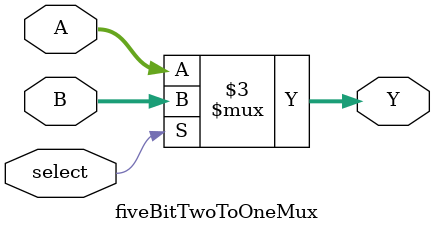
<source format=v>



module fiveBitTwoToOneMux(
                  input [4:0] A,
                  input [4:0] B,
                  input select,
                  output reg [4:0] Y);

    always @(select, A, B)
    begin
        Y = (select == 1'b0) ? A : B;
    end 
endmodule

</source>
